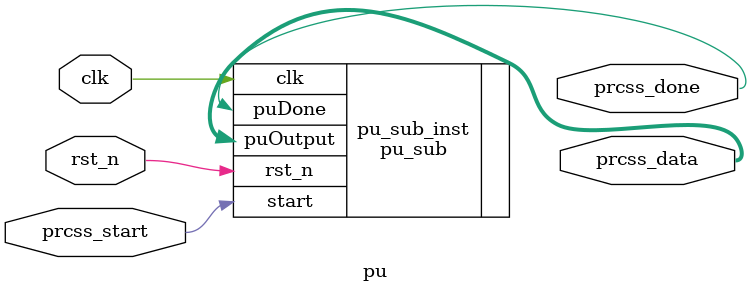
<source format=v>
module pu #(
    //parameter IN_X_BUF_DATA_WIDTH = 32,         // you should change if you try to design the int8 streamline architecture
    //parameter IN_W_BUF_DATA_WIDTH = 32,         // you should change if you try to design the int8 streamline architecture
    //parameter OUT_BUF_ADDR_WIDTH = 32,
    //parameter OUT_BUF_DATA_WIDTH = 32,
    parameter INIT_FILE = ""
)(
    // system interface
    input   wire                            clk,
    input   wire                            rst_n,
    // global controller interface
    input   wire                            prcss_start,
    output  wire                            prcss_done,
    output  wire    [10*32-1:0]             prcss_data
    // input data buffer interface
    //input   wire [IN_X_BUF_DATA_WIDTH-1:0]  x_buf_data,
    //input   wire [IN_W_BUF_DATA_WIDTH-1:0]  w_buf_data,
    // output data buffer interface
    //output  wire                            y_buf_en,
    //output  wire                            y_buf_wr_en,
    //output  wire [OUT_BUF_ADDR_WIDTH-1:0]   y_buf_addr,
    //output  wire [OUT_BUF_DATA_WIDTH-1:0]   y_buf_data,
   //output  wire all_done
);
pu_sub #(
    .INIT_FILE(INIT_FILE)
)pu_sub_inst(
    .clk(clk),//input               
    .rst_n(rst_n),//input               
    .start(prcss_start),//input               
    .puDone(prcss_done),//output              
    .puOutput(prcss_data)//output  [10*16-1:0] 
    );
endmodule
</source>
